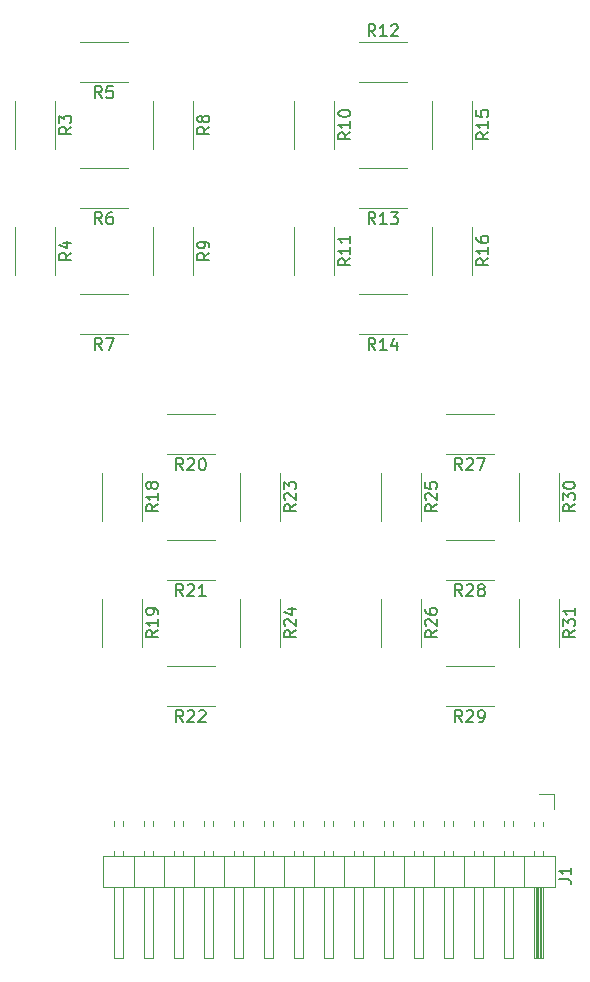
<source format=gto>
G04 #@! TF.GenerationSoftware,KiCad,Pcbnew,(5.1.5)-3*
G04 #@! TF.CreationDate,2021-04-29T22:27:45+02:00*
G04 #@! TF.ProjectId,thermocjromic clock resistors panel,74686572-6d6f-4636-9a72-6f6d69632063,1*
G04 #@! TF.SameCoordinates,Original*
G04 #@! TF.FileFunction,Legend,Top*
G04 #@! TF.FilePolarity,Positive*
%FSLAX46Y46*%
G04 Gerber Fmt 4.6, Leading zero omitted, Abs format (unit mm)*
G04 Created by KiCad (PCBNEW (5.1.5)-3) date 2021-04-29 22:27:45*
%MOMM*%
%LPD*%
G04 APERTURE LIST*
%ADD10C,0.120000*%
%ADD11C,0.150000*%
G04 APERTURE END LIST*
D10*
X139192000Y-126730000D02*
X139192000Y-128000000D01*
X137922000Y-126730000D02*
X139192000Y-126730000D01*
X101982000Y-129042929D02*
X101982000Y-129497071D01*
X102742000Y-129042929D02*
X102742000Y-129497071D01*
X101982000Y-131582929D02*
X101982000Y-131980000D01*
X102742000Y-131582929D02*
X102742000Y-131980000D01*
X101982000Y-140640000D02*
X101982000Y-134640000D01*
X102742000Y-140640000D02*
X101982000Y-140640000D01*
X102742000Y-134640000D02*
X102742000Y-140640000D01*
X103632000Y-131980000D02*
X103632000Y-134640000D01*
X104522000Y-129042929D02*
X104522000Y-129497071D01*
X105282000Y-129042929D02*
X105282000Y-129497071D01*
X104522000Y-131582929D02*
X104522000Y-131980000D01*
X105282000Y-131582929D02*
X105282000Y-131980000D01*
X104522000Y-140640000D02*
X104522000Y-134640000D01*
X105282000Y-140640000D02*
X104522000Y-140640000D01*
X105282000Y-134640000D02*
X105282000Y-140640000D01*
X106172000Y-131980000D02*
X106172000Y-134640000D01*
X107062000Y-129042929D02*
X107062000Y-129497071D01*
X107822000Y-129042929D02*
X107822000Y-129497071D01*
X107062000Y-131582929D02*
X107062000Y-131980000D01*
X107822000Y-131582929D02*
X107822000Y-131980000D01*
X107062000Y-140640000D02*
X107062000Y-134640000D01*
X107822000Y-140640000D02*
X107062000Y-140640000D01*
X107822000Y-134640000D02*
X107822000Y-140640000D01*
X108712000Y-131980000D02*
X108712000Y-134640000D01*
X109602000Y-129042929D02*
X109602000Y-129497071D01*
X110362000Y-129042929D02*
X110362000Y-129497071D01*
X109602000Y-131582929D02*
X109602000Y-131980000D01*
X110362000Y-131582929D02*
X110362000Y-131980000D01*
X109602000Y-140640000D02*
X109602000Y-134640000D01*
X110362000Y-140640000D02*
X109602000Y-140640000D01*
X110362000Y-134640000D02*
X110362000Y-140640000D01*
X111252000Y-131980000D02*
X111252000Y-134640000D01*
X112142000Y-129042929D02*
X112142000Y-129497071D01*
X112902000Y-129042929D02*
X112902000Y-129497071D01*
X112142000Y-131582929D02*
X112142000Y-131980000D01*
X112902000Y-131582929D02*
X112902000Y-131980000D01*
X112142000Y-140640000D02*
X112142000Y-134640000D01*
X112902000Y-140640000D02*
X112142000Y-140640000D01*
X112902000Y-134640000D02*
X112902000Y-140640000D01*
X113792000Y-131980000D02*
X113792000Y-134640000D01*
X114682000Y-129042929D02*
X114682000Y-129497071D01*
X115442000Y-129042929D02*
X115442000Y-129497071D01*
X114682000Y-131582929D02*
X114682000Y-131980000D01*
X115442000Y-131582929D02*
X115442000Y-131980000D01*
X114682000Y-140640000D02*
X114682000Y-134640000D01*
X115442000Y-140640000D02*
X114682000Y-140640000D01*
X115442000Y-134640000D02*
X115442000Y-140640000D01*
X116332000Y-131980000D02*
X116332000Y-134640000D01*
X117222000Y-129042929D02*
X117222000Y-129497071D01*
X117982000Y-129042929D02*
X117982000Y-129497071D01*
X117222000Y-131582929D02*
X117222000Y-131980000D01*
X117982000Y-131582929D02*
X117982000Y-131980000D01*
X117222000Y-140640000D02*
X117222000Y-134640000D01*
X117982000Y-140640000D02*
X117222000Y-140640000D01*
X117982000Y-134640000D02*
X117982000Y-140640000D01*
X118872000Y-131980000D02*
X118872000Y-134640000D01*
X119762000Y-129042929D02*
X119762000Y-129497071D01*
X120522000Y-129042929D02*
X120522000Y-129497071D01*
X119762000Y-131582929D02*
X119762000Y-131980000D01*
X120522000Y-131582929D02*
X120522000Y-131980000D01*
X119762000Y-140640000D02*
X119762000Y-134640000D01*
X120522000Y-140640000D02*
X119762000Y-140640000D01*
X120522000Y-134640000D02*
X120522000Y-140640000D01*
X121412000Y-131980000D02*
X121412000Y-134640000D01*
X122302000Y-129042929D02*
X122302000Y-129497071D01*
X123062000Y-129042929D02*
X123062000Y-129497071D01*
X122302000Y-131582929D02*
X122302000Y-131980000D01*
X123062000Y-131582929D02*
X123062000Y-131980000D01*
X122302000Y-140640000D02*
X122302000Y-134640000D01*
X123062000Y-140640000D02*
X122302000Y-140640000D01*
X123062000Y-134640000D02*
X123062000Y-140640000D01*
X123952000Y-131980000D02*
X123952000Y-134640000D01*
X124842000Y-129042929D02*
X124842000Y-129497071D01*
X125602000Y-129042929D02*
X125602000Y-129497071D01*
X124842000Y-131582929D02*
X124842000Y-131980000D01*
X125602000Y-131582929D02*
X125602000Y-131980000D01*
X124842000Y-140640000D02*
X124842000Y-134640000D01*
X125602000Y-140640000D02*
X124842000Y-140640000D01*
X125602000Y-134640000D02*
X125602000Y-140640000D01*
X126492000Y-131980000D02*
X126492000Y-134640000D01*
X127382000Y-129042929D02*
X127382000Y-129497071D01*
X128142000Y-129042929D02*
X128142000Y-129497071D01*
X127382000Y-131582929D02*
X127382000Y-131980000D01*
X128142000Y-131582929D02*
X128142000Y-131980000D01*
X127382000Y-140640000D02*
X127382000Y-134640000D01*
X128142000Y-140640000D02*
X127382000Y-140640000D01*
X128142000Y-134640000D02*
X128142000Y-140640000D01*
X129032000Y-131980000D02*
X129032000Y-134640000D01*
X129922000Y-129042929D02*
X129922000Y-129497071D01*
X130682000Y-129042929D02*
X130682000Y-129497071D01*
X129922000Y-131582929D02*
X129922000Y-131980000D01*
X130682000Y-131582929D02*
X130682000Y-131980000D01*
X129922000Y-140640000D02*
X129922000Y-134640000D01*
X130682000Y-140640000D02*
X129922000Y-140640000D01*
X130682000Y-134640000D02*
X130682000Y-140640000D01*
X131572000Y-131980000D02*
X131572000Y-134640000D01*
X132462000Y-129042929D02*
X132462000Y-129497071D01*
X133222000Y-129042929D02*
X133222000Y-129497071D01*
X132462000Y-131582929D02*
X132462000Y-131980000D01*
X133222000Y-131582929D02*
X133222000Y-131980000D01*
X132462000Y-140640000D02*
X132462000Y-134640000D01*
X133222000Y-140640000D02*
X132462000Y-140640000D01*
X133222000Y-134640000D02*
X133222000Y-140640000D01*
X134112000Y-131980000D02*
X134112000Y-134640000D01*
X135002000Y-129042929D02*
X135002000Y-129497071D01*
X135762000Y-129042929D02*
X135762000Y-129497071D01*
X135002000Y-131582929D02*
X135002000Y-131980000D01*
X135762000Y-131582929D02*
X135762000Y-131980000D01*
X135002000Y-140640000D02*
X135002000Y-134640000D01*
X135762000Y-140640000D02*
X135002000Y-140640000D01*
X135762000Y-134640000D02*
X135762000Y-140640000D01*
X136652000Y-131980000D02*
X136652000Y-134640000D01*
X137542000Y-129110000D02*
X137542000Y-129497071D01*
X138302000Y-129110000D02*
X138302000Y-129497071D01*
X137542000Y-131582929D02*
X137542000Y-131980000D01*
X138302000Y-131582929D02*
X138302000Y-131980000D01*
X137642000Y-134640000D02*
X137642000Y-140640000D01*
X137762000Y-134640000D02*
X137762000Y-140640000D01*
X137882000Y-134640000D02*
X137882000Y-140640000D01*
X138002000Y-134640000D02*
X138002000Y-140640000D01*
X138122000Y-134640000D02*
X138122000Y-140640000D01*
X138242000Y-134640000D02*
X138242000Y-140640000D01*
X137542000Y-140640000D02*
X137542000Y-134640000D01*
X138302000Y-140640000D02*
X137542000Y-140640000D01*
X138302000Y-134640000D02*
X138302000Y-140640000D01*
X139252000Y-134640000D02*
X139252000Y-131980000D01*
X101032000Y-134640000D02*
X139252000Y-134640000D01*
X101032000Y-131980000D02*
X101032000Y-134640000D01*
X139252000Y-131980000D02*
X101032000Y-131980000D01*
X136196000Y-110215936D02*
X136196000Y-114320064D01*
X139616000Y-110215936D02*
X139616000Y-114320064D01*
X136196000Y-99547936D02*
X136196000Y-103652064D01*
X139616000Y-99547936D02*
X139616000Y-103652064D01*
X134116064Y-115892000D02*
X130011936Y-115892000D01*
X134116064Y-119312000D02*
X130011936Y-119312000D01*
X134116064Y-105224000D02*
X130011936Y-105224000D01*
X134116064Y-108644000D02*
X130011936Y-108644000D01*
X134116064Y-94556000D02*
X130011936Y-94556000D01*
X134116064Y-97976000D02*
X130011936Y-97976000D01*
X124512000Y-110215936D02*
X124512000Y-114320064D01*
X127932000Y-110215936D02*
X127932000Y-114320064D01*
X124512000Y-99547936D02*
X124512000Y-103652064D01*
X127932000Y-99547936D02*
X127932000Y-103652064D01*
X112574000Y-110215936D02*
X112574000Y-114320064D01*
X115994000Y-110215936D02*
X115994000Y-114320064D01*
X112574000Y-99547936D02*
X112574000Y-103652064D01*
X115994000Y-99547936D02*
X115994000Y-103652064D01*
X110494064Y-115892000D02*
X106389936Y-115892000D01*
X110494064Y-119312000D02*
X106389936Y-119312000D01*
X110494064Y-105224000D02*
X106389936Y-105224000D01*
X110494064Y-108644000D02*
X106389936Y-108644000D01*
X110494064Y-94556000D02*
X106389936Y-94556000D01*
X110494064Y-97976000D02*
X106389936Y-97976000D01*
X100890000Y-110215936D02*
X100890000Y-114320064D01*
X104310000Y-110215936D02*
X104310000Y-114320064D01*
X100890000Y-99547936D02*
X100890000Y-103652064D01*
X104310000Y-99547936D02*
X104310000Y-103652064D01*
X128846000Y-78719936D02*
X128846000Y-82824064D01*
X132266000Y-78719936D02*
X132266000Y-82824064D01*
X128846000Y-68051936D02*
X128846000Y-72156064D01*
X132266000Y-68051936D02*
X132266000Y-72156064D01*
X126766064Y-84396000D02*
X122661936Y-84396000D01*
X126766064Y-87816000D02*
X122661936Y-87816000D01*
X126766064Y-73728000D02*
X122661936Y-73728000D01*
X126766064Y-77148000D02*
X122661936Y-77148000D01*
X122661936Y-66480000D02*
X126766064Y-66480000D01*
X122661936Y-63060000D02*
X126766064Y-63060000D01*
X117162000Y-78719936D02*
X117162000Y-82824064D01*
X120582000Y-78719936D02*
X120582000Y-82824064D01*
X117162000Y-68051936D02*
X117162000Y-72156064D01*
X120582000Y-68051936D02*
X120582000Y-72156064D01*
X105224000Y-78719936D02*
X105224000Y-82824064D01*
X108644000Y-78719936D02*
X108644000Y-82824064D01*
X105224000Y-68051936D02*
X105224000Y-72156064D01*
X108644000Y-68051936D02*
X108644000Y-72156064D01*
X103144064Y-84396000D02*
X99039936Y-84396000D01*
X103144064Y-87816000D02*
X99039936Y-87816000D01*
X103144064Y-73728000D02*
X99039936Y-73728000D01*
X103144064Y-77148000D02*
X99039936Y-77148000D01*
X103144064Y-63060000D02*
X99039936Y-63060000D01*
X103144064Y-66480000D02*
X99039936Y-66480000D01*
X93540000Y-78719936D02*
X93540000Y-82824064D01*
X96960000Y-78719936D02*
X96960000Y-82824064D01*
X93540000Y-68051936D02*
X93540000Y-72156064D01*
X96960000Y-68051936D02*
X96960000Y-72156064D01*
D11*
X139644380Y-133988333D02*
X140358666Y-133988333D01*
X140501523Y-134035952D01*
X140596761Y-134131190D01*
X140644380Y-134274047D01*
X140644380Y-134369285D01*
X140644380Y-132988333D02*
X140644380Y-133559761D01*
X140644380Y-133274047D02*
X139644380Y-133274047D01*
X139787238Y-133369285D01*
X139882476Y-133464523D01*
X139930095Y-133559761D01*
X140978380Y-112910857D02*
X140502190Y-113244190D01*
X140978380Y-113482285D02*
X139978380Y-113482285D01*
X139978380Y-113101333D01*
X140026000Y-113006095D01*
X140073619Y-112958476D01*
X140168857Y-112910857D01*
X140311714Y-112910857D01*
X140406952Y-112958476D01*
X140454571Y-113006095D01*
X140502190Y-113101333D01*
X140502190Y-113482285D01*
X139978380Y-112577523D02*
X139978380Y-111958476D01*
X140359333Y-112291809D01*
X140359333Y-112148952D01*
X140406952Y-112053714D01*
X140454571Y-112006095D01*
X140549809Y-111958476D01*
X140787904Y-111958476D01*
X140883142Y-112006095D01*
X140930761Y-112053714D01*
X140978380Y-112148952D01*
X140978380Y-112434666D01*
X140930761Y-112529904D01*
X140883142Y-112577523D01*
X140978380Y-111006095D02*
X140978380Y-111577523D01*
X140978380Y-111291809D02*
X139978380Y-111291809D01*
X140121238Y-111387047D01*
X140216476Y-111482285D01*
X140264095Y-111577523D01*
X140978380Y-102242857D02*
X140502190Y-102576190D01*
X140978380Y-102814285D02*
X139978380Y-102814285D01*
X139978380Y-102433333D01*
X140026000Y-102338095D01*
X140073619Y-102290476D01*
X140168857Y-102242857D01*
X140311714Y-102242857D01*
X140406952Y-102290476D01*
X140454571Y-102338095D01*
X140502190Y-102433333D01*
X140502190Y-102814285D01*
X139978380Y-101909523D02*
X139978380Y-101290476D01*
X140359333Y-101623809D01*
X140359333Y-101480952D01*
X140406952Y-101385714D01*
X140454571Y-101338095D01*
X140549809Y-101290476D01*
X140787904Y-101290476D01*
X140883142Y-101338095D01*
X140930761Y-101385714D01*
X140978380Y-101480952D01*
X140978380Y-101766666D01*
X140930761Y-101861904D01*
X140883142Y-101909523D01*
X139978380Y-100671428D02*
X139978380Y-100576190D01*
X140026000Y-100480952D01*
X140073619Y-100433333D01*
X140168857Y-100385714D01*
X140359333Y-100338095D01*
X140597428Y-100338095D01*
X140787904Y-100385714D01*
X140883142Y-100433333D01*
X140930761Y-100480952D01*
X140978380Y-100576190D01*
X140978380Y-100671428D01*
X140930761Y-100766666D01*
X140883142Y-100814285D01*
X140787904Y-100861904D01*
X140597428Y-100909523D01*
X140359333Y-100909523D01*
X140168857Y-100861904D01*
X140073619Y-100814285D01*
X140026000Y-100766666D01*
X139978380Y-100671428D01*
X131421142Y-120674380D02*
X131087809Y-120198190D01*
X130849714Y-120674380D02*
X130849714Y-119674380D01*
X131230666Y-119674380D01*
X131325904Y-119722000D01*
X131373523Y-119769619D01*
X131421142Y-119864857D01*
X131421142Y-120007714D01*
X131373523Y-120102952D01*
X131325904Y-120150571D01*
X131230666Y-120198190D01*
X130849714Y-120198190D01*
X131802095Y-119769619D02*
X131849714Y-119722000D01*
X131944952Y-119674380D01*
X132183047Y-119674380D01*
X132278285Y-119722000D01*
X132325904Y-119769619D01*
X132373523Y-119864857D01*
X132373523Y-119960095D01*
X132325904Y-120102952D01*
X131754476Y-120674380D01*
X132373523Y-120674380D01*
X132849714Y-120674380D02*
X133040190Y-120674380D01*
X133135428Y-120626761D01*
X133183047Y-120579142D01*
X133278285Y-120436285D01*
X133325904Y-120245809D01*
X133325904Y-119864857D01*
X133278285Y-119769619D01*
X133230666Y-119722000D01*
X133135428Y-119674380D01*
X132944952Y-119674380D01*
X132849714Y-119722000D01*
X132802095Y-119769619D01*
X132754476Y-119864857D01*
X132754476Y-120102952D01*
X132802095Y-120198190D01*
X132849714Y-120245809D01*
X132944952Y-120293428D01*
X133135428Y-120293428D01*
X133230666Y-120245809D01*
X133278285Y-120198190D01*
X133325904Y-120102952D01*
X131421142Y-110006380D02*
X131087809Y-109530190D01*
X130849714Y-110006380D02*
X130849714Y-109006380D01*
X131230666Y-109006380D01*
X131325904Y-109054000D01*
X131373523Y-109101619D01*
X131421142Y-109196857D01*
X131421142Y-109339714D01*
X131373523Y-109434952D01*
X131325904Y-109482571D01*
X131230666Y-109530190D01*
X130849714Y-109530190D01*
X131802095Y-109101619D02*
X131849714Y-109054000D01*
X131944952Y-109006380D01*
X132183047Y-109006380D01*
X132278285Y-109054000D01*
X132325904Y-109101619D01*
X132373523Y-109196857D01*
X132373523Y-109292095D01*
X132325904Y-109434952D01*
X131754476Y-110006380D01*
X132373523Y-110006380D01*
X132944952Y-109434952D02*
X132849714Y-109387333D01*
X132802095Y-109339714D01*
X132754476Y-109244476D01*
X132754476Y-109196857D01*
X132802095Y-109101619D01*
X132849714Y-109054000D01*
X132944952Y-109006380D01*
X133135428Y-109006380D01*
X133230666Y-109054000D01*
X133278285Y-109101619D01*
X133325904Y-109196857D01*
X133325904Y-109244476D01*
X133278285Y-109339714D01*
X133230666Y-109387333D01*
X133135428Y-109434952D01*
X132944952Y-109434952D01*
X132849714Y-109482571D01*
X132802095Y-109530190D01*
X132754476Y-109625428D01*
X132754476Y-109815904D01*
X132802095Y-109911142D01*
X132849714Y-109958761D01*
X132944952Y-110006380D01*
X133135428Y-110006380D01*
X133230666Y-109958761D01*
X133278285Y-109911142D01*
X133325904Y-109815904D01*
X133325904Y-109625428D01*
X133278285Y-109530190D01*
X133230666Y-109482571D01*
X133135428Y-109434952D01*
X131421142Y-99338380D02*
X131087809Y-98862190D01*
X130849714Y-99338380D02*
X130849714Y-98338380D01*
X131230666Y-98338380D01*
X131325904Y-98386000D01*
X131373523Y-98433619D01*
X131421142Y-98528857D01*
X131421142Y-98671714D01*
X131373523Y-98766952D01*
X131325904Y-98814571D01*
X131230666Y-98862190D01*
X130849714Y-98862190D01*
X131802095Y-98433619D02*
X131849714Y-98386000D01*
X131944952Y-98338380D01*
X132183047Y-98338380D01*
X132278285Y-98386000D01*
X132325904Y-98433619D01*
X132373523Y-98528857D01*
X132373523Y-98624095D01*
X132325904Y-98766952D01*
X131754476Y-99338380D01*
X132373523Y-99338380D01*
X132706857Y-98338380D02*
X133373523Y-98338380D01*
X132944952Y-99338380D01*
X129294380Y-112910857D02*
X128818190Y-113244190D01*
X129294380Y-113482285D02*
X128294380Y-113482285D01*
X128294380Y-113101333D01*
X128342000Y-113006095D01*
X128389619Y-112958476D01*
X128484857Y-112910857D01*
X128627714Y-112910857D01*
X128722952Y-112958476D01*
X128770571Y-113006095D01*
X128818190Y-113101333D01*
X128818190Y-113482285D01*
X128389619Y-112529904D02*
X128342000Y-112482285D01*
X128294380Y-112387047D01*
X128294380Y-112148952D01*
X128342000Y-112053714D01*
X128389619Y-112006095D01*
X128484857Y-111958476D01*
X128580095Y-111958476D01*
X128722952Y-112006095D01*
X129294380Y-112577523D01*
X129294380Y-111958476D01*
X128294380Y-111101333D02*
X128294380Y-111291809D01*
X128342000Y-111387047D01*
X128389619Y-111434666D01*
X128532476Y-111529904D01*
X128722952Y-111577523D01*
X129103904Y-111577523D01*
X129199142Y-111529904D01*
X129246761Y-111482285D01*
X129294380Y-111387047D01*
X129294380Y-111196571D01*
X129246761Y-111101333D01*
X129199142Y-111053714D01*
X129103904Y-111006095D01*
X128865809Y-111006095D01*
X128770571Y-111053714D01*
X128722952Y-111101333D01*
X128675333Y-111196571D01*
X128675333Y-111387047D01*
X128722952Y-111482285D01*
X128770571Y-111529904D01*
X128865809Y-111577523D01*
X129294380Y-102242857D02*
X128818190Y-102576190D01*
X129294380Y-102814285D02*
X128294380Y-102814285D01*
X128294380Y-102433333D01*
X128342000Y-102338095D01*
X128389619Y-102290476D01*
X128484857Y-102242857D01*
X128627714Y-102242857D01*
X128722952Y-102290476D01*
X128770571Y-102338095D01*
X128818190Y-102433333D01*
X128818190Y-102814285D01*
X128389619Y-101861904D02*
X128342000Y-101814285D01*
X128294380Y-101719047D01*
X128294380Y-101480952D01*
X128342000Y-101385714D01*
X128389619Y-101338095D01*
X128484857Y-101290476D01*
X128580095Y-101290476D01*
X128722952Y-101338095D01*
X129294380Y-101909523D01*
X129294380Y-101290476D01*
X128294380Y-100385714D02*
X128294380Y-100861904D01*
X128770571Y-100909523D01*
X128722952Y-100861904D01*
X128675333Y-100766666D01*
X128675333Y-100528571D01*
X128722952Y-100433333D01*
X128770571Y-100385714D01*
X128865809Y-100338095D01*
X129103904Y-100338095D01*
X129199142Y-100385714D01*
X129246761Y-100433333D01*
X129294380Y-100528571D01*
X129294380Y-100766666D01*
X129246761Y-100861904D01*
X129199142Y-100909523D01*
X117356380Y-112910857D02*
X116880190Y-113244190D01*
X117356380Y-113482285D02*
X116356380Y-113482285D01*
X116356380Y-113101333D01*
X116404000Y-113006095D01*
X116451619Y-112958476D01*
X116546857Y-112910857D01*
X116689714Y-112910857D01*
X116784952Y-112958476D01*
X116832571Y-113006095D01*
X116880190Y-113101333D01*
X116880190Y-113482285D01*
X116451619Y-112529904D02*
X116404000Y-112482285D01*
X116356380Y-112387047D01*
X116356380Y-112148952D01*
X116404000Y-112053714D01*
X116451619Y-112006095D01*
X116546857Y-111958476D01*
X116642095Y-111958476D01*
X116784952Y-112006095D01*
X117356380Y-112577523D01*
X117356380Y-111958476D01*
X116689714Y-111101333D02*
X117356380Y-111101333D01*
X116308761Y-111339428D02*
X117023047Y-111577523D01*
X117023047Y-110958476D01*
X117356380Y-102242857D02*
X116880190Y-102576190D01*
X117356380Y-102814285D02*
X116356380Y-102814285D01*
X116356380Y-102433333D01*
X116404000Y-102338095D01*
X116451619Y-102290476D01*
X116546857Y-102242857D01*
X116689714Y-102242857D01*
X116784952Y-102290476D01*
X116832571Y-102338095D01*
X116880190Y-102433333D01*
X116880190Y-102814285D01*
X116451619Y-101861904D02*
X116404000Y-101814285D01*
X116356380Y-101719047D01*
X116356380Y-101480952D01*
X116404000Y-101385714D01*
X116451619Y-101338095D01*
X116546857Y-101290476D01*
X116642095Y-101290476D01*
X116784952Y-101338095D01*
X117356380Y-101909523D01*
X117356380Y-101290476D01*
X116356380Y-100957142D02*
X116356380Y-100338095D01*
X116737333Y-100671428D01*
X116737333Y-100528571D01*
X116784952Y-100433333D01*
X116832571Y-100385714D01*
X116927809Y-100338095D01*
X117165904Y-100338095D01*
X117261142Y-100385714D01*
X117308761Y-100433333D01*
X117356380Y-100528571D01*
X117356380Y-100814285D01*
X117308761Y-100909523D01*
X117261142Y-100957142D01*
X107799142Y-120674380D02*
X107465809Y-120198190D01*
X107227714Y-120674380D02*
X107227714Y-119674380D01*
X107608666Y-119674380D01*
X107703904Y-119722000D01*
X107751523Y-119769619D01*
X107799142Y-119864857D01*
X107799142Y-120007714D01*
X107751523Y-120102952D01*
X107703904Y-120150571D01*
X107608666Y-120198190D01*
X107227714Y-120198190D01*
X108180095Y-119769619D02*
X108227714Y-119722000D01*
X108322952Y-119674380D01*
X108561047Y-119674380D01*
X108656285Y-119722000D01*
X108703904Y-119769619D01*
X108751523Y-119864857D01*
X108751523Y-119960095D01*
X108703904Y-120102952D01*
X108132476Y-120674380D01*
X108751523Y-120674380D01*
X109132476Y-119769619D02*
X109180095Y-119722000D01*
X109275333Y-119674380D01*
X109513428Y-119674380D01*
X109608666Y-119722000D01*
X109656285Y-119769619D01*
X109703904Y-119864857D01*
X109703904Y-119960095D01*
X109656285Y-120102952D01*
X109084857Y-120674380D01*
X109703904Y-120674380D01*
X107799142Y-110006380D02*
X107465809Y-109530190D01*
X107227714Y-110006380D02*
X107227714Y-109006380D01*
X107608666Y-109006380D01*
X107703904Y-109054000D01*
X107751523Y-109101619D01*
X107799142Y-109196857D01*
X107799142Y-109339714D01*
X107751523Y-109434952D01*
X107703904Y-109482571D01*
X107608666Y-109530190D01*
X107227714Y-109530190D01*
X108180095Y-109101619D02*
X108227714Y-109054000D01*
X108322952Y-109006380D01*
X108561047Y-109006380D01*
X108656285Y-109054000D01*
X108703904Y-109101619D01*
X108751523Y-109196857D01*
X108751523Y-109292095D01*
X108703904Y-109434952D01*
X108132476Y-110006380D01*
X108751523Y-110006380D01*
X109703904Y-110006380D02*
X109132476Y-110006380D01*
X109418190Y-110006380D02*
X109418190Y-109006380D01*
X109322952Y-109149238D01*
X109227714Y-109244476D01*
X109132476Y-109292095D01*
X107799142Y-99338380D02*
X107465809Y-98862190D01*
X107227714Y-99338380D02*
X107227714Y-98338380D01*
X107608666Y-98338380D01*
X107703904Y-98386000D01*
X107751523Y-98433619D01*
X107799142Y-98528857D01*
X107799142Y-98671714D01*
X107751523Y-98766952D01*
X107703904Y-98814571D01*
X107608666Y-98862190D01*
X107227714Y-98862190D01*
X108180095Y-98433619D02*
X108227714Y-98386000D01*
X108322952Y-98338380D01*
X108561047Y-98338380D01*
X108656285Y-98386000D01*
X108703904Y-98433619D01*
X108751523Y-98528857D01*
X108751523Y-98624095D01*
X108703904Y-98766952D01*
X108132476Y-99338380D01*
X108751523Y-99338380D01*
X109370571Y-98338380D02*
X109465809Y-98338380D01*
X109561047Y-98386000D01*
X109608666Y-98433619D01*
X109656285Y-98528857D01*
X109703904Y-98719333D01*
X109703904Y-98957428D01*
X109656285Y-99147904D01*
X109608666Y-99243142D01*
X109561047Y-99290761D01*
X109465809Y-99338380D01*
X109370571Y-99338380D01*
X109275333Y-99290761D01*
X109227714Y-99243142D01*
X109180095Y-99147904D01*
X109132476Y-98957428D01*
X109132476Y-98719333D01*
X109180095Y-98528857D01*
X109227714Y-98433619D01*
X109275333Y-98386000D01*
X109370571Y-98338380D01*
X105672380Y-112910857D02*
X105196190Y-113244190D01*
X105672380Y-113482285D02*
X104672380Y-113482285D01*
X104672380Y-113101333D01*
X104720000Y-113006095D01*
X104767619Y-112958476D01*
X104862857Y-112910857D01*
X105005714Y-112910857D01*
X105100952Y-112958476D01*
X105148571Y-113006095D01*
X105196190Y-113101333D01*
X105196190Y-113482285D01*
X105672380Y-111958476D02*
X105672380Y-112529904D01*
X105672380Y-112244190D02*
X104672380Y-112244190D01*
X104815238Y-112339428D01*
X104910476Y-112434666D01*
X104958095Y-112529904D01*
X105672380Y-111482285D02*
X105672380Y-111291809D01*
X105624761Y-111196571D01*
X105577142Y-111148952D01*
X105434285Y-111053714D01*
X105243809Y-111006095D01*
X104862857Y-111006095D01*
X104767619Y-111053714D01*
X104720000Y-111101333D01*
X104672380Y-111196571D01*
X104672380Y-111387047D01*
X104720000Y-111482285D01*
X104767619Y-111529904D01*
X104862857Y-111577523D01*
X105100952Y-111577523D01*
X105196190Y-111529904D01*
X105243809Y-111482285D01*
X105291428Y-111387047D01*
X105291428Y-111196571D01*
X105243809Y-111101333D01*
X105196190Y-111053714D01*
X105100952Y-111006095D01*
X105672380Y-102242857D02*
X105196190Y-102576190D01*
X105672380Y-102814285D02*
X104672380Y-102814285D01*
X104672380Y-102433333D01*
X104720000Y-102338095D01*
X104767619Y-102290476D01*
X104862857Y-102242857D01*
X105005714Y-102242857D01*
X105100952Y-102290476D01*
X105148571Y-102338095D01*
X105196190Y-102433333D01*
X105196190Y-102814285D01*
X105672380Y-101290476D02*
X105672380Y-101861904D01*
X105672380Y-101576190D02*
X104672380Y-101576190D01*
X104815238Y-101671428D01*
X104910476Y-101766666D01*
X104958095Y-101861904D01*
X105100952Y-100719047D02*
X105053333Y-100814285D01*
X105005714Y-100861904D01*
X104910476Y-100909523D01*
X104862857Y-100909523D01*
X104767619Y-100861904D01*
X104720000Y-100814285D01*
X104672380Y-100719047D01*
X104672380Y-100528571D01*
X104720000Y-100433333D01*
X104767619Y-100385714D01*
X104862857Y-100338095D01*
X104910476Y-100338095D01*
X105005714Y-100385714D01*
X105053333Y-100433333D01*
X105100952Y-100528571D01*
X105100952Y-100719047D01*
X105148571Y-100814285D01*
X105196190Y-100861904D01*
X105291428Y-100909523D01*
X105481904Y-100909523D01*
X105577142Y-100861904D01*
X105624761Y-100814285D01*
X105672380Y-100719047D01*
X105672380Y-100528571D01*
X105624761Y-100433333D01*
X105577142Y-100385714D01*
X105481904Y-100338095D01*
X105291428Y-100338095D01*
X105196190Y-100385714D01*
X105148571Y-100433333D01*
X105100952Y-100528571D01*
X133628380Y-81414857D02*
X133152190Y-81748190D01*
X133628380Y-81986285D02*
X132628380Y-81986285D01*
X132628380Y-81605333D01*
X132676000Y-81510095D01*
X132723619Y-81462476D01*
X132818857Y-81414857D01*
X132961714Y-81414857D01*
X133056952Y-81462476D01*
X133104571Y-81510095D01*
X133152190Y-81605333D01*
X133152190Y-81986285D01*
X133628380Y-80462476D02*
X133628380Y-81033904D01*
X133628380Y-80748190D02*
X132628380Y-80748190D01*
X132771238Y-80843428D01*
X132866476Y-80938666D01*
X132914095Y-81033904D01*
X132628380Y-79605333D02*
X132628380Y-79795809D01*
X132676000Y-79891047D01*
X132723619Y-79938666D01*
X132866476Y-80033904D01*
X133056952Y-80081523D01*
X133437904Y-80081523D01*
X133533142Y-80033904D01*
X133580761Y-79986285D01*
X133628380Y-79891047D01*
X133628380Y-79700571D01*
X133580761Y-79605333D01*
X133533142Y-79557714D01*
X133437904Y-79510095D01*
X133199809Y-79510095D01*
X133104571Y-79557714D01*
X133056952Y-79605333D01*
X133009333Y-79700571D01*
X133009333Y-79891047D01*
X133056952Y-79986285D01*
X133104571Y-80033904D01*
X133199809Y-80081523D01*
X133628380Y-70746857D02*
X133152190Y-71080190D01*
X133628380Y-71318285D02*
X132628380Y-71318285D01*
X132628380Y-70937333D01*
X132676000Y-70842095D01*
X132723619Y-70794476D01*
X132818857Y-70746857D01*
X132961714Y-70746857D01*
X133056952Y-70794476D01*
X133104571Y-70842095D01*
X133152190Y-70937333D01*
X133152190Y-71318285D01*
X133628380Y-69794476D02*
X133628380Y-70365904D01*
X133628380Y-70080190D02*
X132628380Y-70080190D01*
X132771238Y-70175428D01*
X132866476Y-70270666D01*
X132914095Y-70365904D01*
X132628380Y-68889714D02*
X132628380Y-69365904D01*
X133104571Y-69413523D01*
X133056952Y-69365904D01*
X133009333Y-69270666D01*
X133009333Y-69032571D01*
X133056952Y-68937333D01*
X133104571Y-68889714D01*
X133199809Y-68842095D01*
X133437904Y-68842095D01*
X133533142Y-68889714D01*
X133580761Y-68937333D01*
X133628380Y-69032571D01*
X133628380Y-69270666D01*
X133580761Y-69365904D01*
X133533142Y-69413523D01*
X124071142Y-89178380D02*
X123737809Y-88702190D01*
X123499714Y-89178380D02*
X123499714Y-88178380D01*
X123880666Y-88178380D01*
X123975904Y-88226000D01*
X124023523Y-88273619D01*
X124071142Y-88368857D01*
X124071142Y-88511714D01*
X124023523Y-88606952D01*
X123975904Y-88654571D01*
X123880666Y-88702190D01*
X123499714Y-88702190D01*
X125023523Y-89178380D02*
X124452095Y-89178380D01*
X124737809Y-89178380D02*
X124737809Y-88178380D01*
X124642571Y-88321238D01*
X124547333Y-88416476D01*
X124452095Y-88464095D01*
X125880666Y-88511714D02*
X125880666Y-89178380D01*
X125642571Y-88130761D02*
X125404476Y-88845047D01*
X126023523Y-88845047D01*
X124071142Y-78510380D02*
X123737809Y-78034190D01*
X123499714Y-78510380D02*
X123499714Y-77510380D01*
X123880666Y-77510380D01*
X123975904Y-77558000D01*
X124023523Y-77605619D01*
X124071142Y-77700857D01*
X124071142Y-77843714D01*
X124023523Y-77938952D01*
X123975904Y-77986571D01*
X123880666Y-78034190D01*
X123499714Y-78034190D01*
X125023523Y-78510380D02*
X124452095Y-78510380D01*
X124737809Y-78510380D02*
X124737809Y-77510380D01*
X124642571Y-77653238D01*
X124547333Y-77748476D01*
X124452095Y-77796095D01*
X125356857Y-77510380D02*
X125975904Y-77510380D01*
X125642571Y-77891333D01*
X125785428Y-77891333D01*
X125880666Y-77938952D01*
X125928285Y-77986571D01*
X125975904Y-78081809D01*
X125975904Y-78319904D01*
X125928285Y-78415142D01*
X125880666Y-78462761D01*
X125785428Y-78510380D01*
X125499714Y-78510380D01*
X125404476Y-78462761D01*
X125356857Y-78415142D01*
X124071142Y-62602380D02*
X123737809Y-62126190D01*
X123499714Y-62602380D02*
X123499714Y-61602380D01*
X123880666Y-61602380D01*
X123975904Y-61650000D01*
X124023523Y-61697619D01*
X124071142Y-61792857D01*
X124071142Y-61935714D01*
X124023523Y-62030952D01*
X123975904Y-62078571D01*
X123880666Y-62126190D01*
X123499714Y-62126190D01*
X125023523Y-62602380D02*
X124452095Y-62602380D01*
X124737809Y-62602380D02*
X124737809Y-61602380D01*
X124642571Y-61745238D01*
X124547333Y-61840476D01*
X124452095Y-61888095D01*
X125404476Y-61697619D02*
X125452095Y-61650000D01*
X125547333Y-61602380D01*
X125785428Y-61602380D01*
X125880666Y-61650000D01*
X125928285Y-61697619D01*
X125975904Y-61792857D01*
X125975904Y-61888095D01*
X125928285Y-62030952D01*
X125356857Y-62602380D01*
X125975904Y-62602380D01*
X121944380Y-81414857D02*
X121468190Y-81748190D01*
X121944380Y-81986285D02*
X120944380Y-81986285D01*
X120944380Y-81605333D01*
X120992000Y-81510095D01*
X121039619Y-81462476D01*
X121134857Y-81414857D01*
X121277714Y-81414857D01*
X121372952Y-81462476D01*
X121420571Y-81510095D01*
X121468190Y-81605333D01*
X121468190Y-81986285D01*
X121944380Y-80462476D02*
X121944380Y-81033904D01*
X121944380Y-80748190D02*
X120944380Y-80748190D01*
X121087238Y-80843428D01*
X121182476Y-80938666D01*
X121230095Y-81033904D01*
X121944380Y-79510095D02*
X121944380Y-80081523D01*
X121944380Y-79795809D02*
X120944380Y-79795809D01*
X121087238Y-79891047D01*
X121182476Y-79986285D01*
X121230095Y-80081523D01*
X121944380Y-70746857D02*
X121468190Y-71080190D01*
X121944380Y-71318285D02*
X120944380Y-71318285D01*
X120944380Y-70937333D01*
X120992000Y-70842095D01*
X121039619Y-70794476D01*
X121134857Y-70746857D01*
X121277714Y-70746857D01*
X121372952Y-70794476D01*
X121420571Y-70842095D01*
X121468190Y-70937333D01*
X121468190Y-71318285D01*
X121944380Y-69794476D02*
X121944380Y-70365904D01*
X121944380Y-70080190D02*
X120944380Y-70080190D01*
X121087238Y-70175428D01*
X121182476Y-70270666D01*
X121230095Y-70365904D01*
X120944380Y-69175428D02*
X120944380Y-69080190D01*
X120992000Y-68984952D01*
X121039619Y-68937333D01*
X121134857Y-68889714D01*
X121325333Y-68842095D01*
X121563428Y-68842095D01*
X121753904Y-68889714D01*
X121849142Y-68937333D01*
X121896761Y-68984952D01*
X121944380Y-69080190D01*
X121944380Y-69175428D01*
X121896761Y-69270666D01*
X121849142Y-69318285D01*
X121753904Y-69365904D01*
X121563428Y-69413523D01*
X121325333Y-69413523D01*
X121134857Y-69365904D01*
X121039619Y-69318285D01*
X120992000Y-69270666D01*
X120944380Y-69175428D01*
X110006380Y-80938666D02*
X109530190Y-81272000D01*
X110006380Y-81510095D02*
X109006380Y-81510095D01*
X109006380Y-81129142D01*
X109054000Y-81033904D01*
X109101619Y-80986285D01*
X109196857Y-80938666D01*
X109339714Y-80938666D01*
X109434952Y-80986285D01*
X109482571Y-81033904D01*
X109530190Y-81129142D01*
X109530190Y-81510095D01*
X110006380Y-80462476D02*
X110006380Y-80272000D01*
X109958761Y-80176761D01*
X109911142Y-80129142D01*
X109768285Y-80033904D01*
X109577809Y-79986285D01*
X109196857Y-79986285D01*
X109101619Y-80033904D01*
X109054000Y-80081523D01*
X109006380Y-80176761D01*
X109006380Y-80367238D01*
X109054000Y-80462476D01*
X109101619Y-80510095D01*
X109196857Y-80557714D01*
X109434952Y-80557714D01*
X109530190Y-80510095D01*
X109577809Y-80462476D01*
X109625428Y-80367238D01*
X109625428Y-80176761D01*
X109577809Y-80081523D01*
X109530190Y-80033904D01*
X109434952Y-79986285D01*
X110006380Y-70270666D02*
X109530190Y-70604000D01*
X110006380Y-70842095D02*
X109006380Y-70842095D01*
X109006380Y-70461142D01*
X109054000Y-70365904D01*
X109101619Y-70318285D01*
X109196857Y-70270666D01*
X109339714Y-70270666D01*
X109434952Y-70318285D01*
X109482571Y-70365904D01*
X109530190Y-70461142D01*
X109530190Y-70842095D01*
X109434952Y-69699238D02*
X109387333Y-69794476D01*
X109339714Y-69842095D01*
X109244476Y-69889714D01*
X109196857Y-69889714D01*
X109101619Y-69842095D01*
X109054000Y-69794476D01*
X109006380Y-69699238D01*
X109006380Y-69508761D01*
X109054000Y-69413523D01*
X109101619Y-69365904D01*
X109196857Y-69318285D01*
X109244476Y-69318285D01*
X109339714Y-69365904D01*
X109387333Y-69413523D01*
X109434952Y-69508761D01*
X109434952Y-69699238D01*
X109482571Y-69794476D01*
X109530190Y-69842095D01*
X109625428Y-69889714D01*
X109815904Y-69889714D01*
X109911142Y-69842095D01*
X109958761Y-69794476D01*
X110006380Y-69699238D01*
X110006380Y-69508761D01*
X109958761Y-69413523D01*
X109911142Y-69365904D01*
X109815904Y-69318285D01*
X109625428Y-69318285D01*
X109530190Y-69365904D01*
X109482571Y-69413523D01*
X109434952Y-69508761D01*
X100925333Y-89178380D02*
X100592000Y-88702190D01*
X100353904Y-89178380D02*
X100353904Y-88178380D01*
X100734857Y-88178380D01*
X100830095Y-88226000D01*
X100877714Y-88273619D01*
X100925333Y-88368857D01*
X100925333Y-88511714D01*
X100877714Y-88606952D01*
X100830095Y-88654571D01*
X100734857Y-88702190D01*
X100353904Y-88702190D01*
X101258666Y-88178380D02*
X101925333Y-88178380D01*
X101496761Y-89178380D01*
X100925333Y-78510380D02*
X100592000Y-78034190D01*
X100353904Y-78510380D02*
X100353904Y-77510380D01*
X100734857Y-77510380D01*
X100830095Y-77558000D01*
X100877714Y-77605619D01*
X100925333Y-77700857D01*
X100925333Y-77843714D01*
X100877714Y-77938952D01*
X100830095Y-77986571D01*
X100734857Y-78034190D01*
X100353904Y-78034190D01*
X101782476Y-77510380D02*
X101592000Y-77510380D01*
X101496761Y-77558000D01*
X101449142Y-77605619D01*
X101353904Y-77748476D01*
X101306285Y-77938952D01*
X101306285Y-78319904D01*
X101353904Y-78415142D01*
X101401523Y-78462761D01*
X101496761Y-78510380D01*
X101687238Y-78510380D01*
X101782476Y-78462761D01*
X101830095Y-78415142D01*
X101877714Y-78319904D01*
X101877714Y-78081809D01*
X101830095Y-77986571D01*
X101782476Y-77938952D01*
X101687238Y-77891333D01*
X101496761Y-77891333D01*
X101401523Y-77938952D01*
X101353904Y-77986571D01*
X101306285Y-78081809D01*
X100925333Y-67842380D02*
X100592000Y-67366190D01*
X100353904Y-67842380D02*
X100353904Y-66842380D01*
X100734857Y-66842380D01*
X100830095Y-66890000D01*
X100877714Y-66937619D01*
X100925333Y-67032857D01*
X100925333Y-67175714D01*
X100877714Y-67270952D01*
X100830095Y-67318571D01*
X100734857Y-67366190D01*
X100353904Y-67366190D01*
X101830095Y-66842380D02*
X101353904Y-66842380D01*
X101306285Y-67318571D01*
X101353904Y-67270952D01*
X101449142Y-67223333D01*
X101687238Y-67223333D01*
X101782476Y-67270952D01*
X101830095Y-67318571D01*
X101877714Y-67413809D01*
X101877714Y-67651904D01*
X101830095Y-67747142D01*
X101782476Y-67794761D01*
X101687238Y-67842380D01*
X101449142Y-67842380D01*
X101353904Y-67794761D01*
X101306285Y-67747142D01*
X98322380Y-80938666D02*
X97846190Y-81272000D01*
X98322380Y-81510095D02*
X97322380Y-81510095D01*
X97322380Y-81129142D01*
X97370000Y-81033904D01*
X97417619Y-80986285D01*
X97512857Y-80938666D01*
X97655714Y-80938666D01*
X97750952Y-80986285D01*
X97798571Y-81033904D01*
X97846190Y-81129142D01*
X97846190Y-81510095D01*
X97655714Y-80081523D02*
X98322380Y-80081523D01*
X97274761Y-80319619D02*
X97989047Y-80557714D01*
X97989047Y-79938666D01*
X98322380Y-70270666D02*
X97846190Y-70604000D01*
X98322380Y-70842095D02*
X97322380Y-70842095D01*
X97322380Y-70461142D01*
X97370000Y-70365904D01*
X97417619Y-70318285D01*
X97512857Y-70270666D01*
X97655714Y-70270666D01*
X97750952Y-70318285D01*
X97798571Y-70365904D01*
X97846190Y-70461142D01*
X97846190Y-70842095D01*
X97322380Y-69937333D02*
X97322380Y-69318285D01*
X97703333Y-69651619D01*
X97703333Y-69508761D01*
X97750952Y-69413523D01*
X97798571Y-69365904D01*
X97893809Y-69318285D01*
X98131904Y-69318285D01*
X98227142Y-69365904D01*
X98274761Y-69413523D01*
X98322380Y-69508761D01*
X98322380Y-69794476D01*
X98274761Y-69889714D01*
X98227142Y-69937333D01*
M02*

</source>
